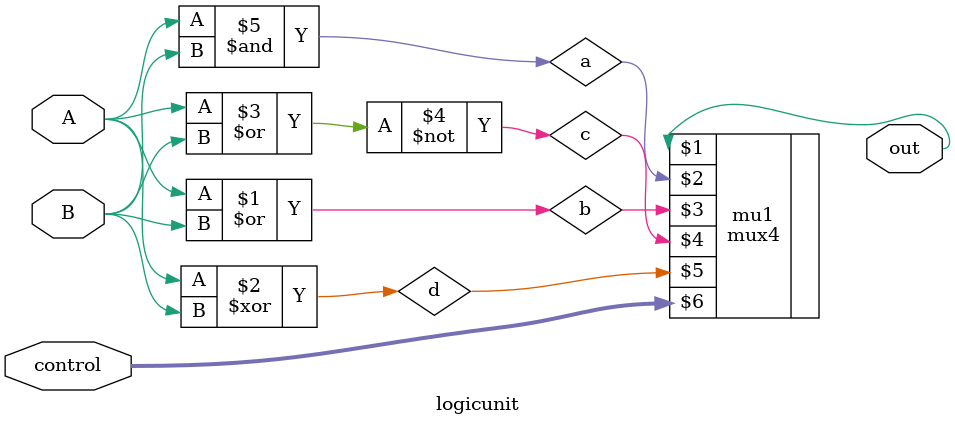
<source format=v>
module logicunit(out, A, B, control);
    output      out;
    input       A, B;
    input [1:0] control;
     wire a, b, c ,d;
  
  or or1(b, A, B);
  xor xor1(d, A, B);
  nor no1(c, A, B);
  and a1(a, A, B);
  
  mux4 mu1(out, a, b, c, d, control);
endmodule // logicunit


</source>
